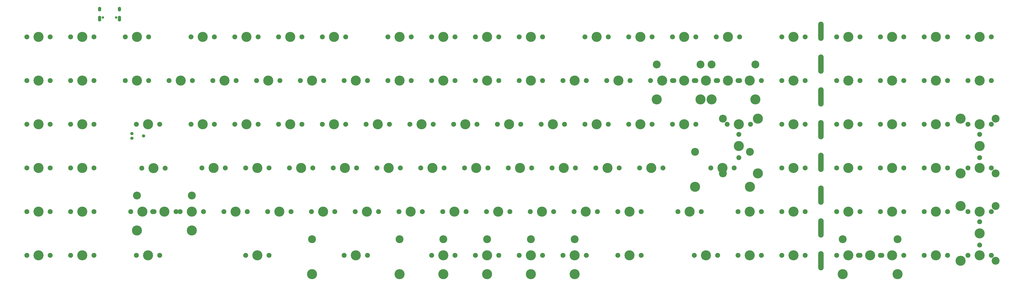
<source format=gts>
G04 #@! TF.GenerationSoftware,KiCad,Pcbnew,(5.0.0-rc2-dev-733-g23a9fcd91)*
G04 #@! TF.CreationDate,2018-05-31T02:42:35-04:00*
G04 #@! TF.ProjectId,100plus,313030706C75732E6B696361645F7063,rev?*
G04 #@! TF.SameCoordinates,Original*
G04 #@! TF.FileFunction,Soldermask,Top*
G04 #@! TF.FilePolarity,Negative*
%FSLAX45Y45*%
G04 Gerber Fmt 4.5, Leading zero omitted, Abs format (unit mm)*
G04 Created by KiCad (PCBNEW (5.0.0-rc2-dev-733-g23a9fcd91)) date 05/31/18 02:42:35*
%MOMM*%
%LPD*%
G01*
G04 APERTURE LIST*
%ADD10C,4.387800*%
%ADD11C,2.150000*%
%ADD12C,3.448000*%
%ADD13O,2.400000X8.400000*%
%ADD14O,1.400000X2.500000*%
%ADD15C,1.050000*%
%ADD16O,1.400000X2.000000*%
%ADD17C,1.388060*%
%ADD18C,1.385520*%
G04 APERTURE END LIST*
D10*
X11430000Y-14779625D03*
D11*
X10922000Y-14779625D03*
X11938000Y-14779625D03*
D10*
X37388800Y-15589250D03*
X35001200Y-15589250D03*
D12*
X37388800Y-14065250D03*
X35001200Y-14065250D03*
D11*
X36703000Y-14763750D03*
X35687000Y-14763750D03*
D10*
X36195000Y-14763750D03*
D13*
X40481250Y-17383125D03*
D14*
X9085380Y-8259900D03*
D15*
X9228380Y-8209900D03*
D14*
X9949380Y-8259900D03*
D16*
X9085380Y-7841900D03*
X9949380Y-7841900D03*
D15*
X9806380Y-8209900D03*
D11*
X6937375Y-9048750D03*
X5921375Y-9048750D03*
D10*
X6429375Y-9048750D03*
D11*
X8842375Y-9048750D03*
X7826375Y-9048750D03*
D10*
X8334375Y-9048750D03*
X10715625Y-9048750D03*
D11*
X10207625Y-9048750D03*
X11223625Y-9048750D03*
X14081125Y-9048750D03*
X13065125Y-9048750D03*
D10*
X13573125Y-9048750D03*
D11*
X15986125Y-9048750D03*
X14970125Y-9048750D03*
D10*
X15478125Y-9048750D03*
X17383125Y-9048750D03*
D11*
X16875125Y-9048750D03*
X17891125Y-9048750D03*
D10*
X19288125Y-9048750D03*
D11*
X18780125Y-9048750D03*
X19796125Y-9048750D03*
X22653625Y-9048750D03*
X21637625Y-9048750D03*
D10*
X22145625Y-9048750D03*
X24050625Y-9048750D03*
D11*
X23542625Y-9048750D03*
X24558625Y-9048750D03*
X26463625Y-9048750D03*
X25447625Y-9048750D03*
D10*
X25955625Y-9048750D03*
D11*
X28368625Y-9048750D03*
X27352625Y-9048750D03*
D10*
X27860625Y-9048750D03*
X30718125Y-9048750D03*
D11*
X30210125Y-9048750D03*
X31226125Y-9048750D03*
X33131125Y-9048750D03*
X32115125Y-9048750D03*
D10*
X32623125Y-9048750D03*
X34528125Y-9048750D03*
D11*
X34020125Y-9048750D03*
X35036125Y-9048750D03*
D10*
X36433125Y-9048750D03*
D11*
X35925125Y-9048750D03*
X36941125Y-9048750D03*
X39798625Y-9048750D03*
X38782625Y-9048750D03*
D10*
X39290625Y-9048750D03*
D11*
X42179875Y-9048750D03*
X41163875Y-9048750D03*
D10*
X41671875Y-9048750D03*
D11*
X44084875Y-9048750D03*
X43068875Y-9048750D03*
D10*
X43576875Y-9048750D03*
X45481875Y-9048750D03*
D11*
X44973875Y-9048750D03*
X45989875Y-9048750D03*
D10*
X47386875Y-9048750D03*
D11*
X46878875Y-9048750D03*
X47894875Y-9048750D03*
D10*
X6429375Y-10953750D03*
D11*
X5921375Y-10953750D03*
X6937375Y-10953750D03*
X8842375Y-10953750D03*
X7826375Y-10953750D03*
D10*
X8334375Y-10953750D03*
X10715625Y-10953750D03*
D11*
X10207625Y-10953750D03*
X11223625Y-10953750D03*
X13128625Y-10953750D03*
X12112625Y-10953750D03*
D10*
X12620625Y-10953750D03*
D11*
X15033625Y-10953750D03*
X14017625Y-10953750D03*
D10*
X14525625Y-10953750D03*
X16430625Y-10953750D03*
D11*
X15922625Y-10953750D03*
X16938625Y-10953750D03*
D10*
X18335625Y-10953750D03*
D11*
X17827625Y-10953750D03*
X18843625Y-10953750D03*
X20748625Y-10953750D03*
X19732625Y-10953750D03*
D10*
X20240625Y-10953750D03*
X22145625Y-10953750D03*
D11*
X21637625Y-10953750D03*
X22653625Y-10953750D03*
X24558625Y-10953750D03*
X23542625Y-10953750D03*
D10*
X24050625Y-10953750D03*
X25955625Y-10953750D03*
D11*
X25447625Y-10953750D03*
X26463625Y-10953750D03*
D10*
X27860625Y-10953750D03*
D11*
X27352625Y-10953750D03*
X28368625Y-10953750D03*
X30273625Y-10953750D03*
X29257625Y-10953750D03*
D10*
X29765625Y-10953750D03*
X31670625Y-10953750D03*
D11*
X31162625Y-10953750D03*
X32178625Y-10953750D03*
X34083625Y-10953750D03*
X33067625Y-10953750D03*
D10*
X33575625Y-10953750D03*
D11*
X35988625Y-10953750D03*
X34972625Y-10953750D03*
D10*
X35480625Y-10953750D03*
D11*
X37893625Y-10953750D03*
X36877625Y-10953750D03*
D10*
X37385625Y-10953750D03*
X39290625Y-10953750D03*
D11*
X38782625Y-10953750D03*
X39798625Y-10953750D03*
D10*
X41671875Y-10953750D03*
D11*
X41163875Y-10953750D03*
X42179875Y-10953750D03*
X44084875Y-10953750D03*
X43068875Y-10953750D03*
D10*
X43576875Y-10953750D03*
D11*
X45989875Y-10953750D03*
X44973875Y-10953750D03*
D10*
X45481875Y-10953750D03*
D11*
X47894875Y-10953750D03*
X46878875Y-10953750D03*
D10*
X47386875Y-10953750D03*
X6429375Y-12858750D03*
D11*
X5921375Y-12858750D03*
X6937375Y-12858750D03*
X8842375Y-12858750D03*
X7826375Y-12858750D03*
D10*
X8334375Y-12858750D03*
X11191875Y-12858750D03*
D11*
X10683875Y-12858750D03*
X11699875Y-12858750D03*
X14081125Y-12858750D03*
X13065125Y-12858750D03*
D10*
X13573125Y-12858750D03*
D11*
X15986125Y-12858750D03*
X14970125Y-12858750D03*
D10*
X15478125Y-12858750D03*
X17383125Y-12858750D03*
D11*
X16875125Y-12858750D03*
X17891125Y-12858750D03*
D10*
X19288125Y-12858750D03*
D11*
X18780125Y-12858750D03*
X19796125Y-12858750D03*
X21701125Y-12858750D03*
X20685125Y-12858750D03*
D10*
X21193125Y-12858750D03*
D11*
X23606125Y-12858750D03*
X22590125Y-12858750D03*
D10*
X23098125Y-12858750D03*
D11*
X25511125Y-12858750D03*
X24495125Y-12858750D03*
D10*
X25003125Y-12858750D03*
X26908125Y-12858750D03*
D11*
X26400125Y-12858750D03*
X27416125Y-12858750D03*
D10*
X28813125Y-12858750D03*
D11*
X28305125Y-12858750D03*
X29321125Y-12858750D03*
X31226125Y-12858750D03*
X30210125Y-12858750D03*
D10*
X30718125Y-12858750D03*
D11*
X33131125Y-12858750D03*
X32115125Y-12858750D03*
D10*
X32623125Y-12858750D03*
X34528125Y-12858750D03*
D11*
X34020125Y-12858750D03*
X35036125Y-12858750D03*
D10*
X36909375Y-12858750D03*
D11*
X36401375Y-12858750D03*
X37417375Y-12858750D03*
D10*
X39290625Y-12858750D03*
D11*
X38782625Y-12858750D03*
X39798625Y-12858750D03*
X42179875Y-12858750D03*
X41163875Y-12858750D03*
D10*
X41671875Y-12858750D03*
D11*
X44084875Y-12858750D03*
X43068875Y-12858750D03*
D10*
X43576875Y-12858750D03*
X45481875Y-12858750D03*
D11*
X44973875Y-12858750D03*
X45989875Y-12858750D03*
X47894875Y-12858750D03*
X46878875Y-12858750D03*
D10*
X47386875Y-12858750D03*
X46561375Y-12617450D03*
X46561375Y-15005050D03*
D12*
X48085375Y-12617450D03*
X48085375Y-15005050D03*
D11*
X47386875Y-13303250D03*
X47386875Y-14319250D03*
D10*
X47386875Y-13811250D03*
D11*
X6937375Y-14763750D03*
X5921375Y-14763750D03*
D10*
X6429375Y-14763750D03*
X8334375Y-14763750D03*
D11*
X7826375Y-14763750D03*
X8842375Y-14763750D03*
D10*
X14049375Y-14763750D03*
D11*
X13541375Y-14763750D03*
X14557375Y-14763750D03*
X16462375Y-14763750D03*
X15446375Y-14763750D03*
D10*
X15954375Y-14763750D03*
D11*
X18367375Y-14763750D03*
X17351375Y-14763750D03*
D10*
X17859375Y-14763750D03*
X19764375Y-14763750D03*
D11*
X19256375Y-14763750D03*
X20272375Y-14763750D03*
X22177375Y-14763750D03*
X21161375Y-14763750D03*
D10*
X21669375Y-14763750D03*
D11*
X24082375Y-14763750D03*
X23066375Y-14763750D03*
D10*
X23574375Y-14763750D03*
D11*
X25987375Y-14763750D03*
X24971375Y-14763750D03*
D10*
X25479375Y-14763750D03*
X27384375Y-14763750D03*
D11*
X26876375Y-14763750D03*
X27892375Y-14763750D03*
D10*
X29289375Y-14763750D03*
D11*
X28781375Y-14763750D03*
X29797375Y-14763750D03*
X31702375Y-14763750D03*
X30686375Y-14763750D03*
D10*
X31194375Y-14763750D03*
X33099375Y-14763750D03*
D11*
X32591375Y-14763750D03*
X33607375Y-14763750D03*
X39798625Y-14763750D03*
X38782625Y-14763750D03*
D10*
X39290625Y-14763750D03*
X41671875Y-14763750D03*
D11*
X41163875Y-14763750D03*
X42179875Y-14763750D03*
X44084875Y-14763750D03*
X43068875Y-14763750D03*
D10*
X43576875Y-14763750D03*
X45481875Y-14763750D03*
D11*
X44973875Y-14763750D03*
X45989875Y-14763750D03*
X47894875Y-14763750D03*
X46878875Y-14763750D03*
D10*
X47386875Y-14763750D03*
X6429375Y-16668750D03*
D11*
X5921375Y-16668750D03*
X6937375Y-16668750D03*
X8842375Y-16668750D03*
X7826375Y-16668750D03*
D10*
X8334375Y-16668750D03*
X10953750Y-16668750D03*
D11*
X10445750Y-16668750D03*
X11461750Y-16668750D03*
D10*
X11906250Y-16668750D03*
D11*
X11398250Y-16668750D03*
X12414250Y-16668750D03*
D12*
X10712450Y-15970250D03*
X13100050Y-15970250D03*
D10*
X10712450Y-17494250D03*
X13100050Y-17494250D03*
X15001875Y-16668750D03*
D11*
X14493875Y-16668750D03*
X15509875Y-16668750D03*
D10*
X16906875Y-16668750D03*
D11*
X16398875Y-16668750D03*
X17414875Y-16668750D03*
X19319875Y-16668750D03*
X18303875Y-16668750D03*
D10*
X18811875Y-16668750D03*
X20716875Y-16668750D03*
D11*
X20208875Y-16668750D03*
X21224875Y-16668750D03*
X23129875Y-16668750D03*
X22113875Y-16668750D03*
D10*
X22621875Y-16668750D03*
X24526875Y-16668750D03*
D11*
X24018875Y-16668750D03*
X25034875Y-16668750D03*
X26939875Y-16668750D03*
X25923875Y-16668750D03*
D10*
X26431875Y-16668750D03*
X28336875Y-16668750D03*
D11*
X27828875Y-16668750D03*
X28844875Y-16668750D03*
X30749875Y-16668750D03*
X29733875Y-16668750D03*
D10*
X30241875Y-16668750D03*
D11*
X32654875Y-16668750D03*
X31638875Y-16668750D03*
D10*
X32146875Y-16668750D03*
X34766250Y-16668750D03*
D11*
X34258250Y-16668750D03*
X35274250Y-16668750D03*
D10*
X37385625Y-16668750D03*
D11*
X36877625Y-16668750D03*
X37893625Y-16668750D03*
X39798625Y-16668750D03*
X38782625Y-16668750D03*
D10*
X39290625Y-16668750D03*
X41671875Y-16668750D03*
D11*
X41163875Y-16668750D03*
X42179875Y-16668750D03*
X44084875Y-16668750D03*
X43068875Y-16668750D03*
D10*
X43576875Y-16668750D03*
X45481875Y-16668750D03*
D11*
X44973875Y-16668750D03*
X45989875Y-16668750D03*
D10*
X47386875Y-16668750D03*
D11*
X46878875Y-16668750D03*
X47894875Y-16668750D03*
D10*
X13096875Y-16668750D03*
D11*
X12588875Y-16668750D03*
X13604875Y-16668750D03*
D10*
X47386875Y-17621250D03*
D11*
X47386875Y-18129250D03*
X47386875Y-17113250D03*
D12*
X48085375Y-18815050D03*
X48085375Y-16427450D03*
D10*
X46561375Y-18815050D03*
X46561375Y-16427450D03*
X24050625Y-18573750D03*
D11*
X23542625Y-18573750D03*
X24558625Y-18573750D03*
D12*
X18335625Y-17875250D03*
X29765625Y-17875250D03*
D10*
X18335625Y-19399250D03*
X29765625Y-19399250D03*
D11*
X6937375Y-18573750D03*
X5921375Y-18573750D03*
D10*
X6429375Y-18573750D03*
D11*
X8842375Y-18573750D03*
X7826375Y-18573750D03*
D10*
X8334375Y-18573750D03*
X11191875Y-18573750D03*
D11*
X10683875Y-18573750D03*
X11699875Y-18573750D03*
X16462375Y-18573750D03*
X15446375Y-18573750D03*
D10*
X15954375Y-18573750D03*
X20240625Y-18573750D03*
D11*
X19732625Y-18573750D03*
X20748625Y-18573750D03*
D12*
X18335625Y-17875250D03*
X22145625Y-17875250D03*
D10*
X18335625Y-19399250D03*
X22145625Y-19399250D03*
X25955625Y-18573750D03*
D11*
X25447625Y-18573750D03*
X26463625Y-18573750D03*
D12*
X24050625Y-17875250D03*
X27860625Y-17875250D03*
D10*
X24050625Y-19399250D03*
X27860625Y-19399250D03*
X29765625Y-18573750D03*
D11*
X29257625Y-18573750D03*
X30273625Y-18573750D03*
D10*
X32146875Y-18573750D03*
D11*
X31638875Y-18573750D03*
X32654875Y-18573750D03*
D10*
X35480625Y-18573750D03*
D11*
X34972625Y-18573750D03*
X35988625Y-18573750D03*
D10*
X37385625Y-18573750D03*
D11*
X36877625Y-18573750D03*
X37893625Y-18573750D03*
D10*
X39290625Y-18573750D03*
D11*
X38782625Y-18573750D03*
X39798625Y-18573750D03*
D10*
X41671875Y-18573750D03*
D11*
X41163875Y-18573750D03*
X42179875Y-18573750D03*
D10*
X43576875Y-18573750D03*
D11*
X43068875Y-18573750D03*
X44084875Y-18573750D03*
X45989875Y-18573750D03*
X44973875Y-18573750D03*
D10*
X45481875Y-18573750D03*
X47386875Y-18573750D03*
D11*
X46878875Y-18573750D03*
X47894875Y-18573750D03*
D12*
X27860625Y-17875250D03*
D10*
X27860625Y-19399250D03*
X29765625Y-19399250D03*
X25955625Y-19399250D03*
D12*
X29765625Y-17875250D03*
X25955625Y-17875250D03*
D11*
X28368625Y-18573750D03*
X27352625Y-18573750D03*
D10*
X27860625Y-18573750D03*
X42624375Y-18573750D03*
D11*
X42116375Y-18573750D03*
X43132375Y-18573750D03*
D12*
X41430575Y-17875250D03*
X43818175Y-17875250D03*
D10*
X41430575Y-19399250D03*
X43818175Y-19399250D03*
D17*
X11005000Y-13372500D03*
D18*
X10497000Y-13270900D03*
X10497000Y-13474100D03*
D10*
X35721925Y-11779250D03*
X33334325Y-11779250D03*
D12*
X35721925Y-10255250D03*
X33334325Y-10255250D03*
D11*
X35036125Y-10953750D03*
X34020125Y-10953750D03*
D10*
X34528125Y-10953750D03*
X36433125Y-10953750D03*
D11*
X35925125Y-10953750D03*
X36941125Y-10953750D03*
D12*
X35239325Y-10255250D03*
X37626925Y-10255250D03*
D10*
X35239325Y-11779250D03*
X37626925Y-11779250D03*
D13*
X40481250Y-14525625D03*
X40481250Y-18811875D03*
X40481250Y-15954375D03*
X40481250Y-13096875D03*
X40481250Y-11668125D03*
X40481250Y-10239375D03*
X40481250Y-8810625D03*
D10*
X36909375Y-13811250D03*
D11*
X36909375Y-14319250D03*
X36909375Y-13303250D03*
D12*
X36210875Y-15005050D03*
X36210875Y-12617450D03*
D10*
X37734875Y-15005050D03*
X37734875Y-12617450D03*
M02*

</source>
